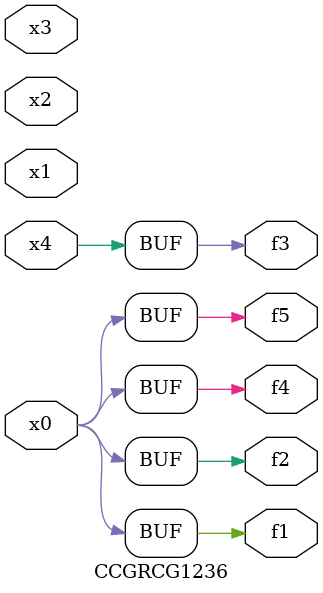
<source format=v>
module CCGRCG1236(
	input x0, x1, x2, x3, x4,
	output f1, f2, f3, f4, f5
);
	assign f1 = x0;
	assign f2 = x0;
	assign f3 = x4;
	assign f4 = x0;
	assign f5 = x0;
endmodule

</source>
